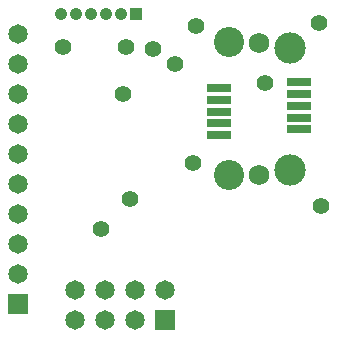
<source format=gts>
%FSLAX25Y25*%
%MOIN*%
G70*
G01*
G75*
G04 Layer_Color=8388736*
%ADD10R,0.07874X0.01969*%
%ADD11C,0.01200*%
%ADD12C,0.04200*%
%ADD13R,0.04200X0.04200*%
%ADD14R,0.05906X0.05906*%
%ADD15C,0.05906*%
%ADD16R,0.05906X0.05906*%
%ADD17C,0.05000*%
%ADD18C,0.06299*%
%ADD19C,0.09449*%
%ADD20C,0.09843*%
%ADD21C,0.01000*%
%ADD22C,0.00787*%
%ADD23C,0.01378*%
%ADD24R,0.08474X0.02569*%
%ADD25R,0.06506X0.06506*%
%ADD26C,0.06506*%
%ADD27R,0.06506X0.06506*%
%ADD28C,0.05600*%
%ADD29C,0.06899*%
%ADD30C,0.10049*%
%ADD31C,0.10443*%
D12*
X224000Y411500D02*
D03*
X229000D02*
D03*
X234000D02*
D03*
X239000D02*
D03*
X244000D02*
D03*
D13*
X249000D02*
D03*
D24*
X303386Y388858D02*
D03*
Y384921D02*
D03*
Y380984D02*
D03*
Y377047D02*
D03*
X303386Y373110D02*
D03*
X276614Y386890D02*
D03*
Y382953D02*
D03*
Y379016D02*
D03*
Y375079D02*
D03*
Y371142D02*
D03*
D25*
X209500Y315000D02*
D03*
D26*
Y325000D02*
D03*
Y345000D02*
D03*
Y355000D02*
D03*
Y365000D02*
D03*
Y375000D02*
D03*
Y385000D02*
D03*
Y395000D02*
D03*
Y405000D02*
D03*
Y335000D02*
D03*
X228500Y309500D02*
D03*
X258500Y319500D02*
D03*
X248500D02*
D03*
Y309500D02*
D03*
X238500Y319500D02*
D03*
Y309500D02*
D03*
X228500Y319500D02*
D03*
D27*
X258500Y309500D02*
D03*
D28*
X269000Y407500D02*
D03*
X310000Y408500D02*
D03*
X246750Y350000D02*
D03*
X237125Y340000D02*
D03*
X244500Y385000D02*
D03*
X224500Y400500D02*
D03*
X245500D02*
D03*
X262000Y395000D02*
D03*
X254500Y400000D02*
D03*
X310500Y347500D02*
D03*
X292000Y388500D02*
D03*
X268000Y362000D02*
D03*
D29*
X290000Y402047D02*
D03*
Y357953D02*
D03*
D30*
X279764Y357756D02*
D03*
Y402244D02*
D03*
D31*
X300236Y359724D02*
D03*
Y400276D02*
D03*
M02*

</source>
